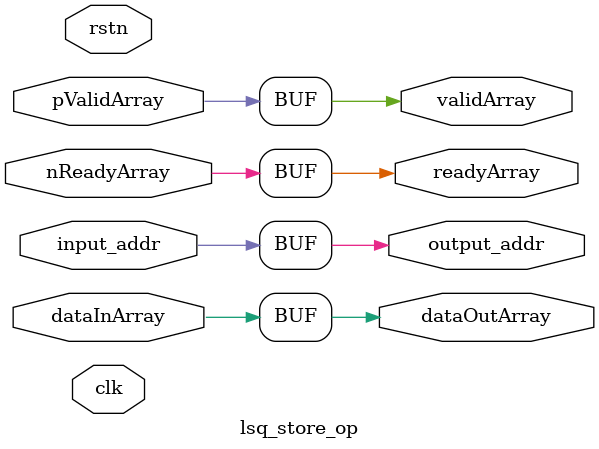
<source format=v>
`timescale 1ns / 1ps


module andN
#(
	parameter n = 32'd4
)
(
	input [n - 1:0]x,
	output res
);
	
	assign res = (x == {n{1'b1}});

endmodule

module nandN
#(
	parameter n = 32'd4
)
(
	input [n - 1:0]x,
	output res
);
	
	assign res = ~(x == {n{1'b1}});

endmodule

module orN
#(
	parameter n = 32'd4
)
(
	input [n - 1:0]x,
	output res
);
	
	assign res = ~(x == {n{1'b0}});

endmodule

module norN
#(
	parameter n = 32'd4
)
(
	input [n - 1:0]x,
	output res
);
	
	assign res = (x == {n{1'b0}});

endmodule

module Join
#(
    parameter SIZE	= 32'd2		//number of fan in
)
(
    input [SIZE - 1:0]pValidArray,
	input nReady,
    output valid,
    output [SIZE - 1:0]readyArray
);


    wire allPValid;
    
    andN #(SIZE)andN_inst(.x(pValidArray),.res(allPValid));
	
    assign valid = allPValid;
	assign readyArray= {SIZE{nReady}} & pValidArray;

endmodule

module TEHB
#(
	parameter DATA_WIDTH = 32'd1
)
(
    input clk,
    input rstn,

    input [DATA_WIDTH  - 1:0]dataInArray,
    input pValidArray,
    output readyArray,

    output [DATA_WIDTH - 1:0]dataOutArray,
    output validArray,
    input nReadyArray
);
	
	wire reg_en;
	reg mux_sel = 0;

	reg [DATA_WIDTH - 1:0]data_reg = 0;

	always@(posedge clk or negedge rstn)begin
		if(rstn == 1'b0)mux_sel <= 1'b0;
		else mux_sel <= validArray & ~nReadyArray;
	end
	
	always@(posedge clk or negedge rstn)begin
		if(rstn == 1'b0)data_reg <= {DATA_WIDTH{1'b0}};
		else if(reg_en == 1'b1)data_reg <= dataInArray;
		else data_reg <= data_reg;
	end
	
	assign reg_en = readyArray & (~nReadyArray) & pValidArray;
    assign dataOutArray = mux_sel ? data_reg:dataInArray;
    assign validArray = pValidArray | mux_sel;
    assign readyArray = ~mux_sel;

endmodule
	
module OEHB
#(
    parameter DATA_WIDTH = 32'd1
)
(
    input clk,
    input rstn,

    input [DATA_WIDTH - 1:0] dataInArray,
    input pValidArray,
    output readyArray,

    output [DATA_WIDTH - 1:0]dataOutArray,
    output reg validArray,
    input nReadyArray
);

    wire reg_en;
    reg [DATA_WIDTH - 1:0]data_reg = 0;


    assign readyArray = ~validArray | nReadyArray;
    assign reg_en = readyArray & pValidArray;
    assign dataOutArray = data_reg;

	always@(posedge clk or negedge rstn)begin
		if(rstn == 1'b0)validArray <= 1'b0;
		else validArray <= pValidArray | ~readyArray;
	end
	
	always@(posedge clk or negedge rstn)begin
		if(rstn == 1'b0)data_reg <= {DATA_WIDTH{1'b0}};
		else if(reg_en == 1'b1)data_reg <= dataInArray;
		else data_reg <= data_reg;
	end
       
endmodule

module elasticBuffer
#(
    parameter DATA_WIDTH = 32'd1
)
(
    input clk,
    input rst,

    input [DATA_WIDTH - 1:0]dataInArray_0,
    input pValidArray_0,
    output readyArray_0,

    output [DATA_WIDTH - 1:0]dataOutArray_0,
    output validArray_0,
    input nReadyArray_0
);

    wire [DATA_WIDTH - 1:0]tehb_dataOutArray;
	wire rstn = ~rst;
    wire tehb_validArray;
    wire tehb_nReadyArray;

    TEHB #(DATA_WIDTH)tehb_inst(
        .clk(clk),
        .rstn(rstn),
		
        .dataInArray(dataInArray_0),
        .pValidArray(pValidArray_0),
        .readyArray(readyArray_0),
		
        .dataOutArray(tehb_dataOutArray),
        .validArray(tehb_validArray),
        .nReadyArray(tehb_nReadyArray)
    );

    OEHB #(DATA_WIDTH)oehb_inst(
        .clk(clk),
        .rstn(rstn),
		
        .dataInArray(tehb_dataOutArray),
        .pValidArray(tehb_validArray),
        .readyArray(tehb_nReadyArray),
		
        .dataOutArray(dataOutArray_0),
        .validArray(validArray_0),
        .nReadyArray(nReadyArray_0)
    );


endmodule

module end_node
#(
	parameter INPUTS = 32'd1,
	parameter MEM_INPUTS = 32'd1,
	parameter DATA_WIDTH = 32'd1
)
(
	input clk,
    input rstn,
	
	input [INPUTS * DATA_WIDTH - 1:0]dataInArray,
    input [INPUTS - 1:0]pValidArray,
    output [INPUTS - 1:0]readyArray,
	
	output [DATA_WIDTH - 1:0]dataOutArray,
    output validArray,
    input nReadyArray,
	
	output [MEM_INPUTS - 1:0]eReadyArray,
	input [MEM_INPUTS - 1:0]eValidArray
);
	
	wire [DATA_WIDTH - 1:0]DataIn[INPUTS - 1:0];
	
	wire pvalid;
	wire [1:0]joinReady;
	
	reg [DATA_WIDTH - 1:0]dataOut = 0;
	assign dataOutArray = dataOut;
	
	integer i;
	
	assign pvalid = |pValidArray;
	assign readyArray = {INPUTS{joinReady[1]}};
	assign eReadyArray = {MEM_INPUTS{joinReady[0]}};
	
	always@(*)begin
		dataOut <= 0;
		for(i = 0;i < INPUTS;i = i + 1)begin
			if(pValidArray[i] == 1'b1)dataOut <= DataIn[i];
		end
	end
	
	generate begin
		genvar k;
		
		for(k = 0;k < INPUTS;k = k + 1)begin
			assign DataIn[k] = dataInArray[(k + 1) * DATA_WIDTH - 1:k * DATA_WIDTH];
		end
	end endgenerate
	
	wire mem_valid;
	
	andN #(MEM_INPUTS)andN_Inst(
		.x(eValidArray),
		.res(mem_valid)
	);

    Join #(2)Join_Inst(
		.pValidArray({pvalid,mem_valid}),
		.nReady(0),
		.valid(validArray),
		.readyArray(joinReady)
	);
	
endmodule

module branchSimple(
    input condition,
    input pValid,
    input [1:0]nReadyArray,
    output [1:0]validArray,
    output ready
);
    assign validArray[1] = ~condition & pValid;
    assign validArray[0] = condition & pValid;
    assign ready = (nReadyArray[1] & ~condition) | (nReadyArray[0] & condition);
	
endmodule

module branch
#(
    parameter DATA_WIDTH = 32'd1
)(
    input clk,
    input rstn,

    input condition,
    input [DATA_WIDTH - 1:0]dataInArray,
    input [1:0]pValidArray,
    output [1:0]readyArray,

    output [DATA_WIDTH - 1:0]dataOutArray,
    output [1:0]validArray,
    input [1:0]nReadyArray
    );


    wire joinValid;
	wire branchReady;
	
	assign dataOutArray = dataInArray;
	
    Join #(2)Join_inst(
        .pValidArray(pValidArray),
        .valid(joinValid),
		
        .readyArray(readyArray),
        .nReady(branchReady)
    );
	
    branchSimple branchSimple_inst(
        .condition(condition),
		
        .pValid(joinValid),
        .nReadyArray(branchReady),
		
        .validArray(validArray),
        .ready(branchReady)
    );
	
endmodule

module eagerFork_RegisterBlock(
    input clk,
    input rstn,
	
    input pValidArray,
    input nStopArray,
	
    input pValidAndForkStop,
    output validArray,
	
    output blockStopArray
);
    reg reg_value;
    wire reg_in;
	wire block_stop_internal;

    assign block_stop_internal = nStopArray & reg_value;
	
    assign blockStopArray = block_stop_internal;
	
    assign reg_in = block_stop_internal | (~pValidAndForkStop);
	
    assign validArray = reg_value & pValidArray;

    always@(posedge clk or negedge rstn)begin
		if(rstn == 1'b0)reg_value <= 1'b1;
        else reg_value <= reg_in;        
    end
	
endmodule

module Fork
#(
    parameter SIZE = 8'd1,
    parameter DATA_WIDTH = 32'd1
)
(
    input clk,
    input rst,

    input [DATA_WIDTH - 1:0]dataInArray_0,
    input pValidArray_0,
    output readyArray_0,

    output [SIZE * DATA_WIDTH - 1:0]dataOutArray_0,
    output [SIZE - 1:0]validArray_0,
    input [SIZE - 1:0]nReadyArray_0
);

	wire rstn = ~rst;
    wire forkStop;
    wire [SIZE - 1:0]nStopArray;
    wire [SIZE - 1:0]blockStopArray;
    wire anyBlockStop;
    wire pValidAndForkStop;

    assign readyArray_0 = ~forkStop;
    assign nStopArray[SIZE - 1:0] = ~nReadyArray_0[SIZE - 1:0];

    orN #(SIZE)orN_inst(
        .x(blockStopArray),
        .res(anyBlockStop)
    );
	

    assign forkStop = anyBlockStop;
    assign pValidAndForkStop = pValidArray_0 & forkStop;
	
    generate begin
		genvar i;
		
		for(i = 0;i < SIZE;i = i + 1)begin 
			eagerFork_RegisterBlock eagerFork_RegisterBlock_inst(
				.clk(clk),
				.rstn(rstn),
				
				.pValidArray(pValidArray_0),
				.nStopArray(nStopArray[i]),
				
				.pValidAndForkStop(pValidAndForkStop),
				.validArray(validArray_0[i]),
				
				.blockStopArray(blockStopArray[i])
			);
			assign dataOutArray_0[(i + 1) * DATA_WIDTH - 1:i * DATA_WIDTH] = dataInArray_0[DATA_WIDTH - 1:0];
		end
		
    end endgenerate

endmodule

module merge
#(
	parameter INPUTS = 32'd1,
	parameter OUTPUTS = 32'd1,
	parameter DW = 32'd1,
	parameter DATA_WIDTH = 32'd1
)
(
	input clk,
    input rst,
	
	input [INPUTS * DATA_WIDTH - 1:0]dataInArray_0,
    input [INPUTS - 1:0]pValidArray_0,
    output [INPUTS - 1:0]readyArray_0,
	
	output [DATA_WIDTH - 1:0]dataOutArray_0,
    output validArray_0,
    input nReadyArray_0
);
	wire rstn = ~rst;	
	wire [DATA_WIDTH - 1:0]DataIn[INPUTS - 1:0];
	
	wire tehb_pvalid;
	wire tehb_ready;
	
	reg [DATA_WIDTH - 1:0]tehb_data_in = 0;
	
	integer i;
	
	assign tehb_pvalid = |pValidArray_0;
	assign readyArray_0 = {INPUTS{tehb_ready}};
	
	always@(*)begin
		tehb_data_in <= 0;
		for(i = 0;i < INPUTS;i = i + 1)begin
			if(pValidArray_0[i] == 1'b1)tehb_data_in <= DataIn[i];
		end
	end
	
	generate begin
		genvar k;
		
		for(k = 0;k < INPUTS;k = k + 1)begin
			assign DataIn[k] = dataInArray_0[(k + 1) * DATA_WIDTH - 1:k * DATA_WIDTH];
		end
	end endgenerate
	
    TEHB #(DATA_WIDTH)tehb_inst(
        .clk(clk),
        .rstn(rstn),
		
        .dataInArray(tehb_data_in),
        .pValidArray(tehb_pvalid),
        .readyArray(tehb_ready),
		
        .dataOutArray(dataOutArray_0),
        .validArray(validArray_0),
        .nReadyArray(nReadyArray_0)
    );
	
endmodule

module merge_notehb
#(
	parameter INPUTS = 32'd1,
	parameter DATA_WIDTH = 32'd1
)
(
	input clk,
    input rstn,
	
	input [INPUTS * DATA_WIDTH - 1:0]dataInArray,
    input [INPUTS - 1:0]pValidArray,
    output [INPUTS - 1:0]readyArray,
	
	output [DATA_WIDTH - 1:0]dataOutArray,
    output validArray,
    input nReadyArray
);
	wire [DATA_WIDTH - 1:0]DataIn[INPUTS - 1:0];
	
	wire pvalid;
	
	reg [DATA_WIDTH - 1:0]data_in = 0;
	
	integer i;
	
	assign pvalid = |pValidArray;
	assign readyArray = {INPUTS{nReadyArray}};
	assign dataOutArray = data_in;
	
	always@(*)begin
		data_in <= 0;
		for(i = 0;i < INPUTS;i = i + 1)begin
			if(pValidArray[i] == 1'b1)data_in <= DataIn[i];
		end
	end
	
	generate begin
		genvar k;
		
		for(k = 0;k < INPUTS;k = k + 1)begin
			assign DataIn[k] = dataInArray[(k + 1) * DATA_WIDTH - 1:k * DATA_WIDTH];
		end
	end endgenerate

endmodule


module start_node
#(
	parameter DATA_WIDTH = 32'd1
)
(
	input clk,
    input rstn,
	
	input [DATA_WIDTH - 1:0]dataInArray,
    input pValidArray,
    output readyArray,
	
	output [DATA_WIDTH - 1:0]dataOutArray,
    output validArray,
    input nReadyArray
);
	
	reg flag_set = 0;
	reg start_internal = 0;
	
	always@(posedge clk or negedge rstn)begin
		if(rstn == 1'b0)flag_set <= 1'b0;
        else if(pValidArray == 1'b1)flag_set <= 1'b1;
		else flag_set <= flag_set;
    end
	
	always@(posedge clk or negedge rstn)begin
		if(rstn == 1'b0)start_internal <= 1'b0;
        else if(pValidArray == 1'b1 && flag_set == 1'b0)start_internal <= 1'b1;
		else start_internal <= 1'b0;
    end
	
	elasticBuffer #(DATA_WIDTH)elasticBuffer_Inst(
		.clk(clk),
		.rstn(rstn),

		.dataInArray_0(dataInArray),
		.pValidArray_0(start_internal),
		.readyArray_0(readyArray),

		.dataOutArray_0(dataOutArray),
		.validArray_0(validArray),
		.nReadyArray_0(nReadyArray)
	);

endmodule

module sink
#(
    parameter DATA_WIDTH = 32'd1
)
(
    input clk,
    input rstn,

    input [DATA_WIDTH - 1:0]dataInArray,
    input pValidArray,
    output readyArray
);

    assign readyArray = 1'b1;
       
endmodule

module source
#(
    parameter DATA_WIDTH = 32'd1
)
(
    input clk,
    input rstn,

    output [DATA_WIDTH - 1:0]dataOutArray,
    output validArray,
    input nReadyArray
);

    assign validArray = 1'b1;
endmodule

module elasticFifoInner
#(
	parameter DATA_WIDTH = 32'd1,
	parameter FIFO_DEPTH = 32'd1
)
(
	input clk,
    input rstn,
	
	input [DATA_WIDTH - 1:0]dataInArray,
    input pValidArray,
    output readyArray,
	
	output [DATA_WIDTH - 1:0]dataOutArray,
    output validArray,
    input nReadyArray
);
	wire ReadEn;
	wire WriteEn;
	
	reg Empty = 0;
	reg Full = 0;
	
	reg [FIFO_DEPTH:0]Tail = 0;
	reg [FIFO_DEPTH:0]Head = 0;
	
	reg [DATA_WIDTH - 1:0]FIFO_Memory[FIFO_DEPTH - 1:0];
	
	integer i;

	assign ReadEn = nReadyArray & ~Empty;
	assign WriteEn = pValidArray & (~Full | nReadyArray);
	
	assign readyArray = ~Full | nReadyArray;
	assign validArray = ~Empty;
	assign dataOutArray = FIFO_Memory[Head];
	
	//写FIFO
	always@(posedge clk or negedge rstn)begin
		if(rstn == 1'b0)begin
			for(i = 0;i < FIFO_DEPTH;i = i + 1)FIFO_Memory[i] <= {DATA_WIDTH{1'b0}};
		end else if(WriteEn == 1'b1)FIFO_Memory[Tail] <= dataInArray;
    end
	
	//写指针
	always@(posedge clk or negedge rstn)begin
		if(rstn == 1'b0)Tail <= {FIFO_DEPTH{1'b0}};
		else if(WriteEn == 1'b1)Tail <= Tail + 1;
		else Tail <= Tail;
	end
	
	//读指针
	always@(posedge clk or negedge rstn)begin
		if(rstn == 1'b0)Head <= {FIFO_DEPTH{1'b0}};
		else if(ReadEn == 1'b1)Head <= Head + 1;
		else Head <= Head;
	end
	
	//写满
	always@(posedge clk or negedge rstn)begin
		if(rstn == 1'b0)Full <= 1'b0;
		else if(WriteEn == 1'b1 && ReadEn == 1'b0 && Tail == {~Head[FIFO_DEPTH],Head[FIFO_DEPTH - 1:0]})begin
			Full <= 1'b1;
		end else if(WriteEn == 1'b0 && ReadEn == 1'b1)Full <= 1'b0;
		else Full <= Full;
	end
	
	//读空
	always@(posedge clk or negedge rstn)begin
		if(rstn == 1'b0)Empty <= 1'b1;
		else if(WriteEn == 1'b0 && ReadEn == 1'b1 && Tail == Head)begin
			Empty <= 1'b1;
		end else if(WriteEn == 1'b1 && ReadEn == 1'b0)Empty <= 1'b0;
		else Empty <= Empty;
	end
	
endmodule


module nontranspFifo
#(
	parameter DATA_WIDTH = 32'd1,
	parameter FIFO_DEPTH = 32'd1
)
(
	input clk,
    input rstn,
	
	input [DATA_WIDTH - 1:0]dataInArray,
    input pValidArray,
    output readyArray,
	
	output [DATA_WIDTH - 1:0]dataOutArray,
    output validArray,
    input nReadyArray
);
	
	wire [DATA_WIDTH - 1:0]tehb_dataOut;
	wire tehb_ready;
	wire tehb_valid;
	
	wire [DATA_WIDTH - 1:0]fifo_dataOut;
	wire fifo_ready;
	wire fifo_valid;
	
	TEHB #(DATA_WIDTH)TEHB_Inst(
		.clk(clk),
		.rstn(rstn),

		.dataInArray(dataInArray),
		.pValidArray(pValidArray),
		.readyArray(tehb_ready),

		.dataOutArray(tehb_dataOut),
		.validArray(tehb_valid),
		.nReadyArray(fifo_ready)
	);
	
	elasticFifoInner #(DATA_WIDTH,FIFO_DEPTH)elasticFifoInner_Inst(
		.clk(clk),
		.rstn(rstn),
		
		.dataInArray(tehb_dataOut),
		.pValidArray(tehb_valid),
		.readyArray(fifo_ready),
		
		.dataOutArray(fifo_dataOut),
		.validArray(fifo_valid),
		.nReadyArray(nReadyArray)
	);

endmodule

module transpFIFO
#(
	parameter DATA_WIDTH = 32'd1,
	parameter FIFO_DEPTH = 32'd1
)
(
	input clk,
    input rstn,
	
	input [DATA_WIDTH - 1:0]dataInArray,
    input pValidArray,
    output readyArray,
	
	output [DATA_WIDTH - 1:0]dataOutArray,
    output validArray,
    input nReadyArray
);
	
	wire fifo_pvalid;
	wire fifo_valid;
	wire fifo_ready;
	
	wire [DATA_WIDTH - 1:0]fifo_out;
	
	assign dataOutArray = fifo_valid ? fifo_out:dataInArray;
	assign validArray = pValidArray | fifo_valid;
	assign readyArray = fifo_ready | nReadyArray;
	
	assign fifo_pvalid = pValidArray & (~nReadyArray | fifo_valid);
	
	elasticFifoInner #(DATA_WIDTH,FIFO_DEPTH)elasticFifoInner_Inst(
		.clk(clk),
		.rstn(rstn),
		
		.dataInArray(dataInArray),
		.pValidArray(fifo_pvalid),
		.readyArray(fifo_ready),
		
		.dataOutArray(fifo_out),
		.validArray(fifo_valid),
		.nReadyArray(nReadyArray)
	);
	
endmodule

module load_op
#(
    parameter ADDRESS_SIZE = 32'd8,
    parameter DATA_SIZE = 32'd8
)
(
    input clk,
    input rstn,

    input [DATA_SIZE - 1:0] dataInArray,
    input pValidArray,
    output readyArray,

    output [DATA_SIZE - 1:0]dataOutArray,
    output validArray,
    input nReadyArray,

    output read_enable,
    output [ADDRESS_SIZE - 1:0]read_address,
    input [31:0]data_from_memory
);

    wire enable_internal;
    wire [ADDRESS_SIZE - 1:0]read_address_internal;
    wire valid_temp;
	
    assign read_enable = valid_temp & nReadyArray;
    assign enable_internal = valid_temp & nReadyArray;
    assign dataOutArray = data_from_memory;

    elasticBuffer #(ADDRESS_SIZE)elasticBuffer_inst(
        .clk(clk),
        .rstn(rstn),

        .dataInArray_0(dataInArray),
        .pValidArray_0(pValidArray),
        .readyArray_0(readyArray),

        .dataOutArray_0(read_address_internal),
        .validArray_0(valid_temp),
        .nReadyArray_0(nReadyArray)
    );
	
    assign read_address = read_address_internal;

	reg pvalid = 0;
	
	assign validArray = pvalid;
	
    always@(posedge clk or negedge rstn)begin
        if(rstn == 1'b0)pvalid <= 1'b0;
        else if(enable_internal == 1'b1)pvalid <= 1'b1;
        else if (nReadyArray == 1'b1)pvalid <= 1'b0;
		else pvalid <= pvalid;
    end

endmodule

module Const
#(
	parameter DATA_WIDTH = 32'd1
)
(
	input clk,
    input rstn,
	
	input [DATA_WIDTH - 1:0]dataInArray,
    input pValidArray,
    output readyArray,
	
	output [DATA_WIDTH - 1:0]dataOutArray,
    output validArray,
    input nReadyArray
);
	
	assign dataOutArray = dataInArray;
	assign validArray = pValidArray;
	assign readyArray = nReadyArray;
	
endmodule

module write_momory_single_inside
#(
    parameter ADDRESS_SIZE = 32'd8,
    parameter DATA_SIZE = 32'd8
)
(
    input clk,
	input rstn,

    input dataValid,
    output ready,

    input [ADDRESS_SIZE - 1:0]input_addr,
    input [DATA_SIZE - 1:0]data,

    input nReady,
    output reg valid,

    output reg write_enable,
    output reg enable,

    output reg [ADDRESS_SIZE - 1:0]write_address,
    output reg [DATA_SIZE -1 :0]data_to_memory
);


    always@(posedge clk or negedge rstn)begin
		if(rstn == 1'b0)begin
			write_address <= 0;
			data_to_memory <= 0;
			valid <= 0;
			write_enable <= 0;
			enable <= 0;
		end else begin
			write_address <= input_addr;
			data_to_memory <= data;
			valid <= dataValid;
			write_enable <= dataValid & nReady;
			enable <= dataValid & nReady;
		end
    end

    assign ready = nReady;

endmodule

module store_op
#(
    parameter ADDRESS_SIZE = 32'd8,
    parameter DATA_SIZE = 32'd8
)
(
    input clk,
    input rstn,

    input [ADDRESS_SIZE - 1:0]input_addr,
    input [DATA_SIZE - 1:0]dataInArray,

    input pValidArray,
    output readyArray,

    output [DATA_SIZE - 1:0]dataOutArray,
    output reg validArray,
    input nReadyArray,

    output write_enable,
    output enable,
    output [ADDRESS_SIZE - 1:0]write_address,
    output [31:0]data_to_memory
);

    wire single_ready;
	wire join_valid;

    Join #(2)Join_inst(
        .pValidArray(pValidArray),
        .valid(join_valid),
        .readyArray(readyArray),
        .nReady(single_ready)
    );

    write_momory_single_inside #(ADDRESS_SIZE,DATA_SIZE)write_momory_single_inside_inst(
		.clk(clk),
		.rstn(rstn),
		
		.dataValid(join_valid),
		.ready(single_ready),
		
		.input_addr(input_addr),
		
		.data(dataInArray),
		.nReady(nReadyArray),
		.valid(validArray),
		
		.write_enable(write_enable),
		.enable(enable),
		.write_address(write_address),
		.data_to_memory(data_to_memory)
	);

endmodule

module mux
#(
	parameter INPUTS = 32'd1,
	parameter DATA_WIDTH = 32'd1,
	parameter COND_SIZE = 32'd1
)
(
	input clk,
    input rstn,
	
	input [COND_SIZE - 1:0]condition,
	
	input [(INPUTS - 1)* DATA_WIDTH - 1:0]dataInArray,
    input [INPUTS - 1:0]pValidArray,
    output reg [INPUTS - 1:0]readyArray,
	
	output [DATA_WIDTH - 1:0]dataOutArray,
    output validArray,
    input nReadyArray
);

	wire [DATA_WIDTH - 1:0]tehb_data_in;
	wire tehb_pvalid;
	wire tehb_ready;
	
	integer i;
	
	assign tehb_pvalid = pValidArray[0] & pValidArray[condition + 1];
	assign tehb_data_in = pValidArray[condition];
	
	always@(*)begin
		readyArray[0] = pValidArray[0] | (tehb_pvalid & tehb_ready);
		
		for(i = 1;i < INPUTS - 1;i = i + 1)begin
			readyArray[i] = ((condition == i) & pValidArray[0] & tehb_ready & pValidArray[i + 1]) | ~pValidArray[i + 1];
		end
	end
	
	TEHB #(DATA_WIDTH)TEHB_Inst(
		.clk(clk),
		.rstn(rstn),

		.dataInArray(tehb_data_in),
		.pValidArray(tehb_pvalid),
		.readyArray(tehb_ready),

		.dataOutArray(dataOutArray),
		.validArray(validArray),
		.nReadyArray(nReadyArray)
	);
	
endmodule

module cntrlMerge
#(
    parameter INPUTS = 32'd1,
    parameter DATA_WIDTH = 32'd8
)
(
    input clk,
    input rstn,


    input [INPUTS * DATA_WIDTH - 1:0]dataInArray,
    input [1:0]pValidArray,
    output [1:0]readyArray,

    output [DATA_WIDTH - 1:0]dataOutArray,
    output [1:0]validArray,
    input [1:0]nReadyArray,

    output condition
);

    wire phi_C1_validArray;
    
    wire fork_C1_readyArray;

    wire oehb1_valid;
	wire oehb1_ready;

    merge_notehb #(2,1)phiC1(
        .clk(clk),
        .rstn(rstn),
		
        .pValidArray(pValidArray),
        .dataInArray(2'b11),
        .nReadyArray(oehb1_ready),
		
        .dataOutArray(),
        .readyArray(readyArray),
        .validArray(phi_C1_validArray)
    );

    TEHB #(1)tehb_inst(
        .clk(clk),
        .rstn(rstn),
		
        .dataInArray(~pValidArray[0]),
        .pValidArray(phi_C1_validArray),
        .readyArray(oehb1_ready),
		
        .dataOutArray(condition),
        .validArray(oehb1_valid),
        .nReadyArray(fork_C1_readyArray)
    );

    Fork #(2,1)fork_inst(
        .clk(clk),
        .rstn(rstn),
		
        .dataInArray_0(1'b1),
        .pValidArray_0(oehb1_valid),
        .readyArray_0(fork_C1_readyArray),

        .dataOutArray_0(),
        .validArray_0(validArray),
        .nReadyArray_0(nReadyArray)
    );
endmodule

module lsq_load_op
#(
	parameter INPUTS = 32'd1,
	parameter OUTPUTS = 32'd1,
	parameter DATA_WIDTH = 32'd1,
	parameter ADDRESS_SIZE = 32'd1
)
(
	input clk,
    input rstn,
	
	input [DATA_WIDTH - 1:0]dataInArray,
    input [INPUTS - 1:0]pValidArray,
    output [INPUTS - 1:0]readyArray,
	input [ADDRESS_SIZE - 1:0]input_addr,
	
	output [DATA_WIDTH - 1:0]dataOutArray,
    output [OUTPUTS - 1:0]validArray,
    input [OUTPUTS - 1:0]nReadyArray,
	output [ADDRESS_SIZE - 1:0]output_addr
);
	
	assign output_addr = input_addr;
	assign validArray = pValidArray;
	assign readyArray = nReadyArray;
	assign dataOutArray = dataInArray;
	
endmodule

module lsq_store_op
#(
	parameter INPUTS = 32'd1,
	parameter OUTPUTS = 32'd1,
	parameter DATA_WIDTH = 32'd1,
	parameter ADDRESS_SIZE = 32'd1
)
(
	input clk,
    input rstn,
	
	input [DATA_WIDTH - 1:0]dataInArray,
    input [INPUTS - 1:0]pValidArray,
    output [INPUTS - 1:0]readyArray,
	input [ADDRESS_SIZE - 1:0]input_addr,
	
	output [DATA_WIDTH - 1:0]dataOutArray,
    output [OUTPUTS - 1:0]validArray,
    input [OUTPUTS - 1:0]nReadyArray,
	output [ADDRESS_SIZE - 1:0]output_addr
);
	
	assign output_addr = input_addr;
	assign validArray = pValidArray;
	assign readyArray = nReadyArray;
	assign dataOutArray = dataInArray;
	
endmodule


</source>
